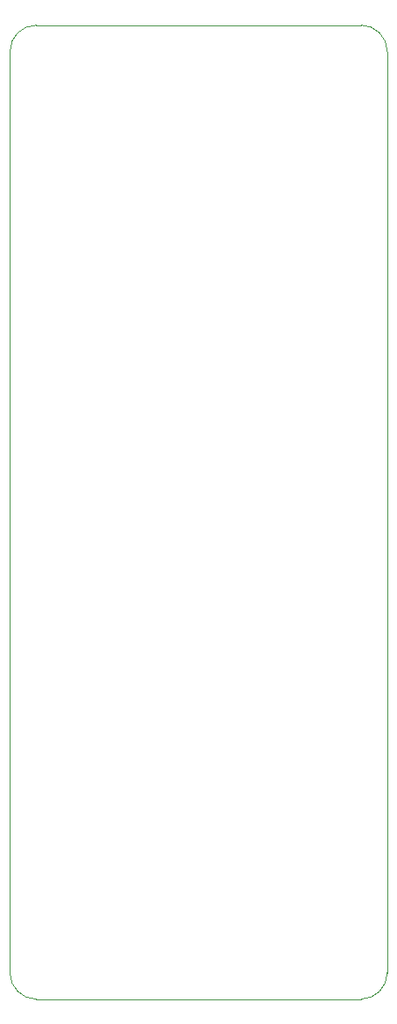
<source format=gm1>
%TF.GenerationSoftware,KiCad,Pcbnew,7.0.5*%
%TF.CreationDate,2024-01-28T12:44:07+02:00*%
%TF.ProjectId,Signal Tester Right,5369676e-616c-4205-9465-737465722052,V0*%
%TF.SameCoordinates,Original*%
%TF.FileFunction,Profile,NP*%
%FSLAX46Y46*%
G04 Gerber Fmt 4.6, Leading zero omitted, Abs format (unit mm)*
G04 Created by KiCad (PCBNEW 7.0.5) date 2024-01-28 12:44:07*
%MOMM*%
%LPD*%
G01*
G04 APERTURE LIST*
%TA.AperFunction,Profile*%
%ADD10C,0.100000*%
%TD*%
G04 APERTURE END LIST*
D10*
X27559000Y-137160000D02*
G75*
G03*
X30099000Y-139700000I2540000J0D01*
G01*
X61468000Y-139700000D02*
G75*
G03*
X64008000Y-137160000I40J2539960D01*
G01*
X64008000Y-48260000D02*
G75*
G03*
X61468000Y-45720000I-2540100J-100D01*
G01*
X30099000Y-45720000D02*
G75*
G03*
X27559000Y-48260000I0J-2540000D01*
G01*
X61468000Y-45720000D02*
X30099000Y-45720000D01*
X27559000Y-48260000D02*
X27559000Y-137160000D01*
X61468000Y-139700000D02*
X30099000Y-139700000D01*
X64008000Y-48260000D02*
X64008000Y-137160000D01*
M02*

</source>
